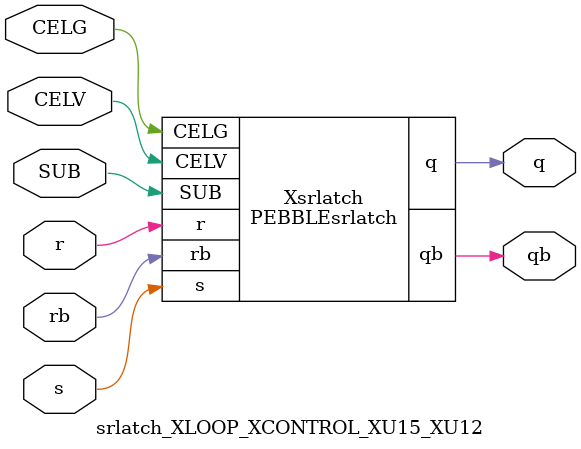
<source format=v>



module PEBBLEsrlatch ( q, qb, CELG, CELV, SUB, r, rb, s );

  input CELV;
  input s;
  output q;
  input rb;
  input r;
  input SUB;
  input CELG;
  output qb;
endmodule

//Celera Confidential Do Not Copy srlatch_XLOOP_XCONTROL_XU15_XU12
//Celera Confidential Symbol Generator
//SR Latch
module srlatch_XLOOP_XCONTROL_XU15_XU12 (CELV,CELG,s,r,rb,q,qb,SUB);
input CELV;
input CELG;
input s;
input r;
input rb;
input SUB;
output q;
output qb;

//Celera Confidential Do Not Copy srlatch
PEBBLEsrlatch Xsrlatch(
.CELV (CELV),
.r (r),
.s (s),
.q (q),
.qb (qb),
.rb (rb),
.SUB (SUB),
.CELG (CELG)
);
//,diesize,PEBBLEsrlatch

//Celera Confidential Do Not Copy Module End
//Celera Schematic Generator
endmodule

</source>
